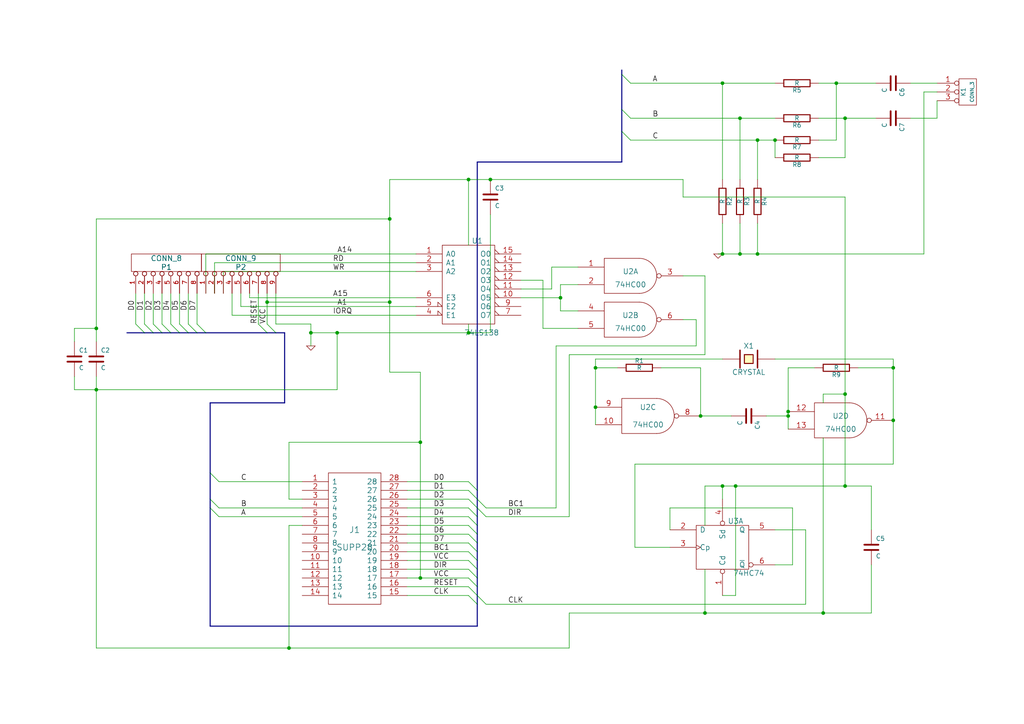
<source format=kicad_sch>
(kicad_sch (version 20230121) (generator eeschema)
  (paper "A4")
  (title_block (date "29 dec 2013"))
  (lib_symbols
    (symbol "ayinterface-rescue:74HC00" (pin_names (offset 0.762))
      (property "Reference" "U" (at 0 1.27 0))
      (property "Value" "74HC00" (at 0 -2.54 0))
      (symbol "74HC00_0_0"
        (pin power_in line (at -5.08 5.08 270) (length 0) hide (name "VCC") (number "14"))
        (pin power_in line (at -5.08 -5.08 90) (length 0) hide (name "GND") (number "7"))
      )
      (symbol "74HC00_0_1"
        (polyline (pts (xy 2.54 5.08) (xy -7.62 5.08) (xy -7.62 -5.08) (xy 2.54 -5.08)))
        (arc (start 2.54 -5.08) (mid 7.5947 0) (end 2.54 5.08))
      )
      (symbol "74HC00_0_2"
        (arc (start -7.62 -5.08) (mid -5.2253 0) (end -7.62 5.08))
        (arc (start 0 -5.08) (mid 4.5408 -3.6305) (end 7.62 0))
        (polyline (pts (xy -7.62 -5.08) (xy 0 -5.08)))
        (polyline (pts (xy -7.62 5.08) (xy 0 5.08)))
        (arc (start 7.62 0) (mid 4.5343 3.6226) (end 0 5.08))
      )
      (symbol "74HC00_1_1"
        (pin input line (at -15.24 2.54 0) (length 7.62) (name "~") (number "1"))
        (pin input line (at -15.24 -2.54 0) (length 7.62) (name "~") (number "2"))
        (pin output inverted (at 15.24 0 180) (length 7.62) (name "~") (number "3"))
      )
      (symbol "74HC00_1_2"
        (pin input inverted (at -15.24 2.54 0) (length 9.398) (name "~") (number "1"))
        (pin input inverted (at -15.24 -2.54 0) (length 9.398) (name "~") (number "2"))
        (pin output line (at 15.24 0 180) (length 7.62) (name "~") (number "3"))
      )
      (symbol "74HC00_2_1"
        (pin input line (at -15.24 2.54 0) (length 7.62) (name "~") (number "4"))
        (pin input line (at -15.24 -2.54 0) (length 7.62) (name "~") (number "5"))
        (pin output inverted (at 15.24 0 180) (length 7.62) (name "~") (number "6"))
      )
      (symbol "74HC00_2_2"
        (pin input inverted (at -15.24 2.54 0) (length 9.398) (name "~") (number "4"))
        (pin input inverted (at -15.24 -2.54 0) (length 9.398) (name "~") (number "5"))
        (pin output line (at 15.24 0 180) (length 7.62) (name "~") (number "6"))
      )
      (symbol "74HC00_3_1"
        (pin input line (at -15.24 -2.54 0) (length 7.62) (name "~") (number "10"))
        (pin output inverted (at 15.24 0 180) (length 7.62) (name "~") (number "8"))
        (pin input line (at -15.24 2.54 0) (length 7.62) (name "~") (number "9"))
      )
      (symbol "74HC00_3_2"
        (pin input inverted (at -15.24 -2.54 0) (length 9.398) (name "~") (number "10"))
        (pin output line (at 15.24 0 180) (length 7.62) (name "~") (number "8"))
        (pin input inverted (at -15.24 2.54 0) (length 9.398) (name "~") (number "9"))
      )
      (symbol "74HC00_4_1"
        (pin output inverted (at 15.24 0 180) (length 7.62) (name "~") (number "11"))
        (pin input line (at -15.24 2.54 0) (length 7.62) (name "~") (number "12"))
        (pin input line (at -15.24 -2.54 0) (length 7.62) (name "~") (number "13"))
      )
      (symbol "74HC00_4_2"
        (pin output line (at 15.24 0 180) (length 7.62) (name "~") (number "11"))
        (pin input inverted (at -15.24 2.54 0) (length 9.398) (name "~") (number "12"))
        (pin input inverted (at -15.24 -2.54 0) (length 9.398) (name "~") (number "13"))
      )
    )
    (symbol "ayinterface-rescue:74HC74" (pin_names (offset 1.016))
      (property "Reference" "U" (at 3.81 7.62 0))
      (property "Value" "74HC74" (at 7.62 -7.493 0))
      (symbol "74HC74_0_0"
        (pin power_in line (at -5.08 6.35 270) (length 0) hide (name "VCC") (number "14"))
        (pin power_in line (at -5.08 -6.35 90) (length 0) hide (name "GND") (number "7"))
      )
      (symbol "74HC74_0_1"
        (rectangle (start -7.62 6.35) (end 7.62 -6.35))
      )
      (symbol "74HC74_1_1"
        (pin input inverted (at 0 -13.97 90) (length 7.62) (name "Cd") (number "1"))
        (pin input line (at -15.24 5.08 0) (length 7.62) (name "D") (number "2"))
        (pin input clock (at -15.24 0 0) (length 7.62) (name "Cp") (number "3"))
        (pin input inverted (at 0 13.97 270) (length 7.62) (name "Sd") (number "4"))
        (pin output line (at 15.24 5.08 180) (length 7.62) (name "Q") (number "5"))
        (pin output inverted (at 15.24 -5.08 180) (length 7.62) (name "~{Q}") (number "6"))
      )
      (symbol "74HC74_2_1"
        (pin input inverted (at 0 13.97 270) (length 7.62) (name "Sd") (number "10"))
        (pin input clock (at -15.24 0 0) (length 7.62) (name "Cp") (number "11"))
        (pin input line (at -15.24 5.08 0) (length 7.62) (name "D") (number "12"))
        (pin input inverted (at 0 -13.97 90) (length 7.62) (name "Cd") (number "13"))
        (pin output inverted (at 15.24 -5.08 180) (length 7.62) (name "~{Q}") (number "8"))
        (pin output line (at 15.24 5.08 180) (length 7.62) (name "Q") (number "9"))
      )
    )
    (symbol "ayinterface-rescue:74LS138" (pin_names (offset 1.016))
      (property "Reference" "U" (at 2.54 12.7 0))
      (property "Value" "74LS138" (at 3.81 -13.9446 0))
      (symbol "74LS138_0_1"
        (rectangle (start -7.62 11.43) (end 7.62 -11.43))
      )
      (symbol "74LS138_1_1"
        (pin input line (at -15.24 8.89 0) (length 7.62) (name "A0") (number "1"))
        (pin output output_low (at 15.24 -3.81 180) (length 7.62) (name "O5") (number "10"))
        (pin output output_low (at 15.24 -1.27 180) (length 7.62) (name "O4") (number "11"))
        (pin output output_low (at 15.24 1.27 180) (length 7.62) (name "O3") (number "12"))
        (pin output output_low (at 15.24 3.81 180) (length 7.62) (name "O2") (number "13"))
        (pin output output_low (at 15.24 6.35 180) (length 7.62) (name "O1") (number "14"))
        (pin output output_low (at 15.24 8.89 180) (length 7.62) (name "O0") (number "15"))
        (pin power_in line (at 0 11.43 270) (length 0) hide (name "VCC") (number "16"))
        (pin input line (at -15.24 6.35 0) (length 7.62) (name "A1") (number "2"))
        (pin input line (at -15.24 3.81 0) (length 7.62) (name "A2") (number "3"))
        (pin input input_low (at -15.24 -8.89 0) (length 7.62) (name "E1") (number "4"))
        (pin input input_low (at -15.24 -6.35 0) (length 7.62) (name "E2") (number "5"))
        (pin input line (at -15.24 -3.81 0) (length 7.62) (name "E3") (number "6"))
        (pin output output_low (at 15.24 -8.89 180) (length 7.62) (name "O7") (number "7"))
        (pin power_in line (at 0 -11.43 90) (length 0) hide (name "GND") (number "8"))
        (pin output output_low (at 15.24 -6.35 180) (length 7.62) (name "O6") (number "9"))
      )
    )
    (symbol "ayinterface-rescue:C" (pin_numbers hide) (pin_names (offset 0.254))
      (property "Reference" "C" (at 0 2.54 0))
      (property "Value" "C" (at 0.1524 -2.159 0))
      (symbol "C_0_1"
        (polyline (pts (xy -2.032 -0.762) (xy 2.032 -0.762)) (stroke (width 0.508)))
        (polyline (pts (xy -2.032 0.762) (xy 2.032 0.762)) (stroke (width 0.508)))
      )
      (symbol "C_1_1"
        (pin passive line (at 0 5.08 270) (length 4.318) (name "~") (number "1"))
        (pin passive line (at 0 -5.08 90) (length 4.318) (name "~") (number "2"))
      )
    )
    (symbol "ayinterface-rescue:CONN_3" (pin_names (offset 1.016) hide)
      (property "Reference" "K" (at -1.27 0 90))
      (property "Value" "CONN_3" (at 1.27 0 90))
      (symbol "CONN_3_0_1"
        (rectangle (start -2.54 3.81) (end 2.54 -3.81))
      )
      (symbol "CONN_3_1_1"
        (pin passive inverted (at -8.89 2.54 0) (length 6.35) (name "P1") (number "1"))
        (pin passive inverted (at -8.89 0 0) (length 6.35) (name "PM") (number "2"))
        (pin passive inverted (at -8.89 -2.54 0) (length 6.35) (name "P3") (number "3"))
      )
    )
    (symbol "ayinterface-rescue:CONN_8" (pin_names (offset 1.016) hide)
      (property "Reference" "P" (at -1.27 0 90))
      (property "Value" "CONN_8" (at 1.27 0 90))
      (symbol "CONN_8_0_1"
        (rectangle (start -2.54 10.16) (end 2.54 -10.16))
      )
      (symbol "CONN_8_1_1"
        (pin passive inverted (at -8.89 8.89 0) (length 6.35) (name "P1") (number "1"))
        (pin passive inverted (at -8.89 6.35 0) (length 6.35) (name "P2") (number "2"))
        (pin passive inverted (at -8.89 3.81 0) (length 6.35) (name "P3") (number "3"))
        (pin passive inverted (at -8.89 1.27 0) (length 6.35) (name "P4") (number "4"))
        (pin passive inverted (at -8.89 -1.27 0) (length 6.35) (name "P5") (number "5"))
        (pin passive inverted (at -8.89 -3.81 0) (length 6.35) (name "P6") (number "6"))
        (pin passive inverted (at -8.89 -6.35 0) (length 6.35) (name "P7") (number "7"))
        (pin passive inverted (at -8.89 -8.89 0) (length 6.35) (name "P8") (number "8"))
      )
    )
    (symbol "ayinterface-rescue:CONN_9" (pin_names (offset 1.016) hide)
      (property "Reference" "P" (at -1.27 0 90))
      (property "Value" "CONN_9" (at 1.27 0 90))
      (symbol "CONN_9_0_1"
        (rectangle (start -2.54 11.43) (end 2.54 -11.43))
      )
      (symbol "CONN_9_1_1"
        (pin passive inverted (at -8.89 10.16 0) (length 6.35) (name "P1") (number "1"))
        (pin passive inverted (at -8.89 7.62 0) (length 6.35) (name "P2") (number "2"))
        (pin passive inverted (at -8.89 5.08 0) (length 6.35) (name "P3") (number "3"))
        (pin passive inverted (at -8.89 2.54 0) (length 6.35) (name "P4") (number "4"))
        (pin passive inverted (at -8.89 0 0) (length 6.35) (name "P5") (number "5"))
        (pin passive inverted (at -8.89 -2.54 0) (length 6.35) (name "P6") (number "6"))
        (pin passive inverted (at -8.89 -5.08 0) (length 6.35) (name "P7") (number "7"))
        (pin passive inverted (at -8.89 -7.62 0) (length 6.35) (name "P8") (number "8"))
        (pin passive inverted (at -8.89 -10.16 0) (length 6.35) (name "P9") (number "9"))
      )
    )
    (symbol "ayinterface-rescue:CRYSTAL" (pin_numbers hide) (pin_names (offset 1.016) hide)
      (property "Reference" "X" (at 0 3.81 0))
      (property "Value" "CRYSTAL" (at 0 -3.81 0))
      (symbol "CRYSTAL_0_1"
        (polyline (pts (xy -2.54 2.54) (xy -2.54 -2.54)) (stroke (width 0.4064)))
        (polyline (pts (xy 2.54 2.54) (xy 2.54 -2.54)) (stroke (width 0.4064)))
        (polyline (pts (xy -1.27 1.27) (xy 1.27 1.27) (xy 1.27 -1.27) (xy -1.27 -1.27) (xy -1.27 1.27)) (stroke (width 0.3048)) (fill (type background)))
      )
      (symbol "CRYSTAL_1_1"
        (pin passive line (at -7.62 0 0) (length 5.08) (name "1") (number "1"))
        (pin passive line (at 7.62 0 180) (length 5.08) (name "2") (number "2"))
      )
    )
    (symbol "ayinterface-rescue:GND" (power) (pin_names (offset 0))
      (symbol "GND_0_1"
        (polyline (pts (xy -1.27 0) (xy 0 -1.27) (xy 1.27 0) (xy -1.27 0)))
      )
      (symbol "GND_1_1"
        (pin power_in line (at 0 0 90) (length 0) hide (name "GND") (number "1"))
      )
    )
    (symbol "ayinterface-rescue:R" (pin_numbers hide) (pin_names (offset 0))
      (property "Reference" "R" (at 2.032 0 90))
      (property "Value" "R" (at 0.1778 0.0254 90))
      (symbol "R_0_1"
        (rectangle (start -1.016 3.81) (end 1.016 -3.81) (stroke (width 0.3048)))
      )
      (symbol "R_1_1"
        (pin passive line (at 0 6.35 270) (length 2.54) (name "~") (number "1"))
        (pin passive line (at 0 -6.35 90) (length 2.54) (name "~") (number "2"))
      )
    )
    (symbol "ayinterface-rescue:SUPP28" (pin_names (offset 1.016))
      (property "Reference" "J" (at 0 2.54 0))
      (property "Value" "SUPP28" (at 0 -2.54 0))
      (symbol "SUPP28_0_1"
        (rectangle (start -7.62 -19.05) (end 7.62 19.05))
      )
      (symbol "SUPP28_1_1"
        (pin passive line (at -15.24 16.51 0) (length 7.62) (name "1") (number "1"))
        (pin passive line (at -15.24 -6.35 0) (length 7.62) (name "10") (number "10"))
        (pin passive line (at -15.24 -8.89 0) (length 7.62) (name "11") (number "11"))
        (pin passive line (at -15.24 -11.43 0) (length 7.62) (name "12") (number "12"))
        (pin passive line (at -15.24 -13.97 0) (length 7.62) (name "13") (number "13"))
        (pin passive line (at -15.24 -16.51 0) (length 7.62) (name "14") (number "14"))
        (pin passive line (at 15.24 -16.51 180) (length 7.62) (name "15") (number "15"))
        (pin passive line (at 15.24 -13.97 180) (length 7.62) (name "16") (number "16"))
        (pin passive line (at 15.24 -11.43 180) (length 7.62) (name "17") (number "17"))
        (pin passive line (at 15.24 -8.89 180) (length 7.62) (name "18") (number "18"))
        (pin passive line (at 15.24 -6.35 180) (length 7.62) (name "19") (number "19"))
        (pin passive line (at -15.24 13.97 0) (length 7.62) (name "2") (number "2"))
        (pin passive line (at 15.24 -3.81 180) (length 7.62) (name "20") (number "20"))
        (pin passive line (at 15.24 -1.27 180) (length 7.62) (name "21") (number "21"))
        (pin passive line (at 15.24 1.27 180) (length 7.62) (name "22") (number "22"))
        (pin passive line (at 15.24 3.81 180) (length 7.62) (name "23") (number "23"))
        (pin passive line (at 15.24 6.35 180) (length 7.62) (name "24") (number "24"))
        (pin passive line (at 15.24 8.89 180) (length 7.62) (name "25") (number "25"))
        (pin passive line (at 15.24 11.43 180) (length 7.62) (name "26") (number "26"))
        (pin passive line (at 15.24 13.97 180) (length 7.62) (name "27") (number "27"))
        (pin passive line (at 15.24 16.51 180) (length 7.62) (name "28") (number "28"))
        (pin passive line (at -15.24 11.43 0) (length 7.62) (name "3") (number "3"))
        (pin passive line (at -15.24 8.89 0) (length 7.62) (name "4") (number "4"))
        (pin passive line (at -15.24 6.35 0) (length 7.62) (name "5") (number "5"))
        (pin passive line (at -15.24 3.81 0) (length 7.62) (name "6") (number "6"))
        (pin passive line (at -15.24 1.27 0) (length 7.62) (name "7") (number "7"))
        (pin passive line (at -15.24 -1.27 0) (length 7.62) (name "8") (number "8"))
        (pin passive line (at -15.24 -3.81 0) (length 7.62) (name "9") (number "9"))
      )
    )
  )
  (junction (at 142.24 52.07))
  (junction (at 259.08 106.68))
  (junction (at 135.89 52.07))
  (junction (at 121.92 167.64))
  (junction (at 228.6 119.38))
  (junction (at 27.94 113.03))
  (junction (at 209.55 73.66))
  (junction (at 209.55 140.97))
  (junction (at 97.79 96.52))
  (junction (at 204.47 177.8))
  (junction (at 259.08 121.92))
  (junction (at 219.71 73.66))
  (junction (at 245.11 140.97))
  (junction (at 77.47 87.63))
  (junction (at 209.55 24.13))
  (junction (at 213.36 140.97))
  (junction (at 83.82 187.96))
  (junction (at 113.03 87.63))
  (junction (at 203.2 120.65))
  (junction (at 162.56 86.36))
  (junction (at 121.92 128.27))
  (junction (at 228.6 120.65))
  (junction (at 172.72 118.11))
  (junction (at 245.11 34.29))
  (junction (at 214.63 73.66))
  (junction (at 27.94 95.25))
  (junction (at 135.89 96.52))
  (junction (at 224.79 40.64))
  (junction (at 242.57 24.13))
  (junction (at 245.11 114.3))
  (junction (at 172.72 106.68))
  (junction (at 90.17 96.52))
  (junction (at 113.03 63.5))
  (junction (at 238.76 177.8))
  (junction (at 219.71 40.64))
  (junction (at 214.63 34.29))
  (bus_entry (at 180.34 21.59) (size 2.54 2.54))
  (bus_entry (at 49.53 93.98) (size 2.54 2.54))
  (bus_entry (at 135.89 149.86) (size 2.54 2.54))
  (bus_entry (at 44.45 93.98) (size 2.54 2.54))
  (bus_entry (at 77.47 93.98) (size 2.54 2.54))
  (bus_entry (at 135.89 144.78) (size 2.54 2.54))
  (bus_entry (at 138.43 144.78) (size 2.54 2.54))
  (bus_entry (at 74.93 93.98) (size 2.54 2.54))
  (bus_entry (at 52.07 93.98) (size 2.54 2.54))
  (bus_entry (at 135.89 160.02) (size 2.54 2.54))
  (bus_entry (at 135.89 157.48) (size 2.54 2.54))
  (bus_entry (at 135.89 152.4) (size 2.54 2.54))
  (bus_entry (at 57.15 93.98) (size 2.54 2.54))
  (bus_entry (at 180.34 38.1) (size 2.54 2.54))
  (bus_entry (at 46.99 93.98) (size 2.54 2.54))
  (bus_entry (at 39.37 93.98) (size 2.54 2.54))
  (bus_entry (at 60.96 137.16) (size 2.54 2.54))
  (bus_entry (at 135.89 139.7) (size 2.54 2.54))
  (bus_entry (at 54.61 93.98) (size 2.54 2.54))
  (bus_entry (at 135.89 154.94) (size 2.54 2.54))
  (bus_entry (at 60.96 144.78) (size 2.54 2.54))
  (bus_entry (at 135.89 170.18) (size 2.54 2.54))
  (bus_entry (at 135.89 142.24) (size 2.54 2.54))
  (bus_entry (at 135.89 162.56) (size 2.54 2.54))
  (bus_entry (at 60.96 147.32) (size 2.54 2.54))
  (bus_entry (at 180.34 31.75) (size 2.54 2.54))
  (bus_entry (at 138.43 147.32) (size 2.54 2.54))
  (bus_entry (at 135.89 147.32) (size 2.54 2.54))
  (bus_entry (at 138.43 172.72) (size 2.54 2.54))
  (bus_entry (at 135.89 165.1) (size 2.54 2.54))
  (bus_entry (at 135.89 172.72) (size 2.54 2.54))
  (bus_entry (at 135.89 167.64) (size 2.54 2.54))
  (bus_entry (at 41.91 93.98) (size 2.54 2.54))
  (wire (pts (xy 151.13 86.36) (xy 162.56 86.36)))
  (wire (pts (xy 208.28 73.66) (xy 209.55 73.66)))
  (wire (pts (xy 54.61 93.98) (xy 54.61 85.09)))
  (wire (pts (xy 242.57 40.64) (xy 242.57 24.13)))
  (wire (pts (xy 259.08 121.92) (xy 259.08 134.62)))
  (bus (pts (xy 82.55 96.52) (xy 82.55 116.84)))
  (bus (pts (xy 57.15 96.52) (xy 59.69 96.52)))
  (wire (pts (xy 271.78 34.29) (xy 264.16 34.29)))
  (wire (pts (xy 90.17 96.52) (xy 90.17 100.33)))
  (bus (pts (xy 180.34 20.32) (xy 180.34 21.59)))
  (wire (pts (xy 121.92 107.95) (xy 121.92 128.27)))
  (wire (pts (xy 204.47 102.87) (xy 165.1 102.87)))
  (wire (pts (xy 233.68 175.26) (xy 140.97 175.26)))
  (wire (pts (xy 165.1 187.96) (xy 165.1 177.8)))
  (wire (pts (xy 172.72 104.14) (xy 172.72 106.68)))
  (wire (pts (xy 184.15 158.75) (xy 194.31 158.75)))
  (wire (pts (xy 46.99 93.98) (xy 46.99 85.09)))
  (bus (pts (xy 60.96 137.16) (xy 60.96 144.78)))
  (wire (pts (xy 228.6 120.65) (xy 228.6 124.46)))
  (wire (pts (xy 120.65 78.74) (xy 64.77 78.74)))
  (wire (pts (xy 52.07 93.98) (xy 52.07 85.09)))
  (wire (pts (xy 182.88 34.29) (xy 214.63 34.29)))
  (wire (pts (xy 120.65 86.36) (xy 72.39 86.36)))
  (wire (pts (xy 252.73 140.97) (xy 252.73 153.67)))
  (bus (pts (xy 180.34 38.1) (xy 180.34 46.99)))
  (wire (pts (xy 72.39 86.36) (xy 72.39 85.09)))
  (bus (pts (xy 60.96 116.84) (xy 82.55 116.84)))
  (wire (pts (xy 120.65 73.66) (xy 59.69 73.66)))
  (wire (pts (xy 44.45 93.98) (xy 44.45 85.09)))
  (bus (pts (xy 180.34 21.59) (xy 180.34 31.75)))
  (wire (pts (xy 194.31 147.32) (xy 194.31 153.67)))
  (bus (pts (xy 138.43 175.26) (xy 138.43 181.61)))
  (wire (pts (xy 259.08 106.68) (xy 259.08 121.92)))
  (wire (pts (xy 172.72 106.68) (xy 179.07 106.68)))
  (wire (pts (xy 21.59 109.22) (xy 21.59 113.03)))
  (wire (pts (xy 27.94 113.03) (xy 27.94 187.96)))
  (wire (pts (xy 204.47 102.87) (xy 204.47 80.01)))
  (wire (pts (xy 80.01 93.98) (xy 80.01 85.09)))
  (wire (pts (xy 172.72 118.11) (xy 172.72 123.19)))
  (wire (pts (xy 214.63 52.07) (xy 214.63 34.29)))
  (wire (pts (xy 113.03 87.63) (xy 113.03 107.95)))
  (wire (pts (xy 135.89 154.94) (xy 118.11 154.94)))
  (wire (pts (xy 203.2 106.68) (xy 203.2 120.65)))
  (wire (pts (xy 63.5 149.86) (xy 87.63 149.86)))
  (wire (pts (xy 113.03 52.07) (xy 113.03 63.5)))
  (bus (pts (xy 138.43 167.64) (xy 138.43 170.18)))
  (wire (pts (xy 219.71 40.64) (xy 224.79 40.64)))
  (wire (pts (xy 237.49 24.13) (xy 242.57 24.13)))
  (wire (pts (xy 113.03 63.5) (xy 113.03 87.63)))
  (wire (pts (xy 121.92 128.27) (xy 83.82 128.27)))
  (wire (pts (xy 204.47 140.97) (xy 209.55 140.97)))
  (bus (pts (xy 52.07 96.52) (xy 54.61 96.52)))
  (bus (pts (xy 138.43 142.24) (xy 138.43 144.78)))
  (wire (pts (xy 209.55 24.13) (xy 224.79 24.13)))
  (wire (pts (xy 135.89 152.4) (xy 118.11 152.4)))
  (wire (pts (xy 90.17 93.98) (xy 90.17 96.52)))
  (wire (pts (xy 209.55 73.66) (xy 209.55 64.77)))
  (wire (pts (xy 271.78 26.67) (xy 267.97 26.67)))
  (wire (pts (xy 198.12 52.07) (xy 198.12 57.15)))
  (bus (pts (xy 138.43 154.94) (xy 138.43 157.48)))
  (bus (pts (xy 49.53 96.52) (xy 52.07 96.52)))
  (wire (pts (xy 264.16 24.13) (xy 271.78 24.13)))
  (wire (pts (xy 204.47 140.97) (xy 204.47 152.4)))
  (wire (pts (xy 209.55 172.72) (xy 213.36 172.72)))
  (wire (pts (xy 233.68 153.67) (xy 233.68 175.26)))
  (wire (pts (xy 140.97 147.32) (xy 161.29 147.32)))
  (wire (pts (xy 121.92 128.27) (xy 121.92 167.64)))
  (wire (pts (xy 135.89 170.18) (xy 118.11 170.18)))
  (wire (pts (xy 27.94 113.03) (xy 97.79 113.03)))
  (wire (pts (xy 63.5 139.7) (xy 87.63 139.7)))
  (wire (pts (xy 259.08 104.14) (xy 224.79 104.14)))
  (wire (pts (xy 27.94 109.22) (xy 27.94 113.03)))
  (wire (pts (xy 83.82 187.96) (xy 165.1 187.96)))
  (wire (pts (xy 201.93 100.33) (xy 201.93 92.71)))
  (wire (pts (xy 204.47 177.8) (xy 204.47 165.1)))
  (wire (pts (xy 135.89 157.48) (xy 118.11 157.48)))
  (bus (pts (xy 138.43 160.02) (xy 138.43 162.56)))
  (wire (pts (xy 97.79 96.52) (xy 135.89 96.52)))
  (wire (pts (xy 228.6 120.65) (xy 228.6 119.38)))
  (wire (pts (xy 245.11 114.3) (xy 245.11 57.15)))
  (wire (pts (xy 135.89 147.32) (xy 118.11 147.32)))
  (wire (pts (xy 160.02 77.47) (xy 160.02 83.82)))
  (bus (pts (xy 54.61 96.52) (xy 57.15 96.52)))
  (wire (pts (xy 39.37 93.98) (xy 39.37 85.09)))
  (bus (pts (xy 138.43 46.99) (xy 138.43 142.24)))
  (bus (pts (xy 138.43 147.32) (xy 138.43 149.86)))
  (wire (pts (xy 83.82 128.27) (xy 83.82 144.78)))
  (wire (pts (xy 209.55 140.97) (xy 213.36 140.97)))
  (wire (pts (xy 214.63 34.29) (xy 224.79 34.29)))
  (wire (pts (xy 151.13 81.28) (xy 157.48 81.28)))
  (wire (pts (xy 271.78 29.21) (xy 271.78 34.29)))
  (bus (pts (xy 138.43 157.48) (xy 138.43 160.02)))
  (wire (pts (xy 62.23 76.2) (xy 120.65 76.2)))
  (wire (pts (xy 62.23 85.09) (xy 62.23 76.2)))
  (wire (pts (xy 67.31 91.44) (xy 67.31 85.09)))
  (wire (pts (xy 160.02 83.82) (xy 151.13 83.82)))
  (wire (pts (xy 161.29 147.32) (xy 161.29 100.33)))
  (wire (pts (xy 135.89 142.24) (xy 118.11 142.24)))
  (wire (pts (xy 21.59 95.25) (xy 21.59 99.06)))
  (wire (pts (xy 27.94 63.5) (xy 27.94 95.25)))
  (wire (pts (xy 27.94 95.25) (xy 27.94 99.06)))
  (bus (pts (xy 59.69 96.52) (xy 77.47 96.52)))
  (wire (pts (xy 209.55 144.78) (xy 209.55 140.97)))
  (wire (pts (xy 162.56 82.55) (xy 162.56 86.36)))
  (wire (pts (xy 245.11 140.97) (xy 252.73 140.97)))
  (wire (pts (xy 27.94 187.96) (xy 83.82 187.96)))
  (wire (pts (xy 97.79 113.03) (xy 97.79 96.52)))
  (wire (pts (xy 49.53 93.98) (xy 49.53 85.09)))
  (bus (pts (xy 44.45 96.52) (xy 46.99 96.52)))
  (wire (pts (xy 213.36 140.97) (xy 245.11 140.97)))
  (wire (pts (xy 238.76 116.84) (xy 238.76 114.3)))
  (wire (pts (xy 259.08 134.62) (xy 184.15 134.62)))
  (wire (pts (xy 157.48 95.25) (xy 167.64 95.25)))
  (wire (pts (xy 135.89 52.07) (xy 135.89 71.12)))
  (wire (pts (xy 204.47 177.8) (xy 238.76 177.8)))
  (wire (pts (xy 69.85 85.09) (xy 69.85 88.9)))
  (bus (pts (xy 60.96 181.61) (xy 138.43 181.61)))
  (bus (pts (xy 180.34 31.75) (xy 180.34 38.1)))
  (bus (pts (xy 138.43 162.56) (xy 138.43 165.1)))
  (wire (pts (xy 237.49 34.29) (xy 245.11 34.29)))
  (bus (pts (xy 138.43 170.18) (xy 138.43 172.72)))
  (wire (pts (xy 135.89 96.52) (xy 142.24 96.52)))
  (wire (pts (xy 41.91 93.98) (xy 41.91 85.09)))
  (wire (pts (xy 214.63 73.66) (xy 214.63 64.77)))
  (wire (pts (xy 162.56 86.36) (xy 162.56 90.17)))
  (wire (pts (xy 219.71 52.07) (xy 219.71 40.64)))
  (wire (pts (xy 162.56 90.17) (xy 167.64 90.17)))
  (wire (pts (xy 161.29 100.33) (xy 201.93 100.33)))
  (wire (pts (xy 135.89 144.78) (xy 118.11 144.78)))
  (wire (pts (xy 238.76 114.3) (xy 245.11 114.3)))
  (wire (pts (xy 90.17 96.52) (xy 97.79 96.52)))
  (wire (pts (xy 77.47 87.63) (xy 77.47 93.98)))
  (wire (pts (xy 245.11 34.29) (xy 245.11 45.72)))
  (wire (pts (xy 64.77 78.74) (xy 64.77 85.09)))
  (wire (pts (xy 238.76 127) (xy 238.76 177.8)))
  (wire (pts (xy 142.24 52.07) (xy 198.12 52.07)))
  (wire (pts (xy 74.93 93.98) (xy 74.93 85.09)))
  (wire (pts (xy 162.56 82.55) (xy 167.64 82.55)))
  (wire (pts (xy 90.17 93.98) (xy 80.01 93.98)))
  (bus (pts (xy 60.96 116.84) (xy 60.96 137.16)))
  (wire (pts (xy 83.82 187.96) (xy 83.82 152.4)))
  (wire (pts (xy 135.89 162.56) (xy 118.11 162.56)))
  (bus (pts (xy 77.47 96.52) (xy 80.01 96.52)))
  (wire (pts (xy 245.11 45.72) (xy 237.49 45.72)))
  (wire (pts (xy 236.22 106.68) (xy 228.6 106.68)))
  (wire (pts (xy 135.89 52.07) (xy 142.24 52.07)))
  (wire (pts (xy 204.47 80.01) (xy 198.12 80.01)))
  (wire (pts (xy 228.6 106.68) (xy 228.6 119.38)))
  (wire (pts (xy 209.55 73.66) (xy 214.63 73.66)))
  (wire (pts (xy 222.25 120.65) (xy 228.6 120.65)))
  (wire (pts (xy 245.11 140.97) (xy 245.11 114.3)))
  (wire (pts (xy 157.48 81.28) (xy 157.48 95.25)))
  (wire (pts (xy 77.47 85.09) (xy 77.47 87.63)))
  (wire (pts (xy 191.77 106.68) (xy 203.2 106.68)))
  (wire (pts (xy 184.15 134.62) (xy 184.15 158.75)))
  (bus (pts (xy 60.96 147.32) (xy 60.96 181.61)))
  (wire (pts (xy 120.65 91.44) (xy 67.31 91.44)))
  (wire (pts (xy 69.85 88.9) (xy 120.65 88.9)))
  (wire (pts (xy 209.55 52.07) (xy 209.55 24.13)))
  (wire (pts (xy 233.68 153.67) (xy 224.79 153.67)))
  (wire (pts (xy 259.08 104.14) (xy 259.08 106.68)))
  (wire (pts (xy 135.89 149.86) (xy 118.11 149.86)))
  (wire (pts (xy 245.11 34.29) (xy 254 34.29)))
  (wire (pts (xy 219.71 73.66) (xy 267.97 73.66)))
  (wire (pts (xy 219.71 73.66) (xy 219.71 64.77)))
  (wire (pts (xy 238.76 177.8) (xy 252.73 177.8)))
  (wire (pts (xy 198.12 57.15) (xy 245.11 57.15)))
  (bus (pts (xy 138.43 172.72) (xy 138.43 175.26)))
  (wire (pts (xy 21.59 113.03) (xy 27.94 113.03)))
  (wire (pts (xy 165.1 102.87) (xy 165.1 149.86)))
  (wire (pts (xy 165.1 177.8) (xy 204.47 177.8)))
  (wire (pts (xy 83.82 152.4) (xy 87.63 152.4)))
  (bus (pts (xy 138.43 152.4) (xy 138.43 154.94)))
  (wire (pts (xy 83.82 144.78) (xy 87.63 144.78)))
  (wire (pts (xy 59.69 73.66) (xy 59.69 85.09)))
  (wire (pts (xy 248.92 106.68) (xy 259.08 106.68)))
  (wire (pts (xy 135.89 139.7) (xy 118.11 139.7)))
  (wire (pts (xy 165.1 149.86) (xy 140.97 149.86)))
  (bus (pts (xy 138.43 165.1) (xy 138.43 167.64)))
  (wire (pts (xy 57.15 93.98) (xy 57.15 85.09)))
  (bus (pts (xy 80.01 96.52) (xy 82.55 96.52)))
  (wire (pts (xy 201.93 92.71) (xy 198.12 92.71)))
  (wire (pts (xy 135.89 96.52) (xy 135.89 93.98)))
  (wire (pts (xy 135.89 172.72) (xy 118.11 172.72)))
  (bus (pts (xy 180.34 46.99) (xy 138.43 46.99)))
  (wire (pts (xy 229.87 147.32) (xy 194.31 147.32)))
  (wire (pts (xy 142.24 96.52) (xy 142.24 62.23)))
  (wire (pts (xy 113.03 63.5) (xy 27.94 63.5)))
  (wire (pts (xy 242.57 24.13) (xy 254 24.13)))
  (wire (pts (xy 113.03 52.07) (xy 135.89 52.07)))
  (wire (pts (xy 213.36 172.72) (xy 213.36 140.97)))
  (wire (pts (xy 224.79 40.64) (xy 224.79 45.72)))
  (wire (pts (xy 118.11 167.64) (xy 121.92 167.64)))
  (wire (pts (xy 182.88 24.13) (xy 209.55 24.13)))
  (wire (pts (xy 252.73 177.8) (xy 252.73 163.83)))
  (bus (pts (xy 46.99 96.52) (xy 49.53 96.52)))
  (wire (pts (xy 172.72 106.68) (xy 172.72 118.11)))
  (wire (pts (xy 113.03 87.63) (xy 77.47 87.63)))
  (wire (pts (xy 203.2 120.65) (xy 212.09 120.65)))
  (bus (pts (xy 41.91 96.52) (xy 44.45 96.52)))
  (bus (pts (xy 138.43 144.78) (xy 138.43 147.32)))
  (bus (pts (xy 60.96 144.78) (xy 60.96 147.32)))
  (wire (pts (xy 214.63 73.66) (xy 219.71 73.66)))
  (wire (pts (xy 237.49 40.64) (xy 242.57 40.64)))
  (wire (pts (xy 121.92 167.64) (xy 135.89 167.64)))
  (wire (pts (xy 27.94 95.25) (xy 21.59 95.25)))
  (wire (pts (xy 63.5 147.32) (xy 87.63 147.32)))
  (wire (pts (xy 182.88 40.64) (xy 219.71 40.64)))
  (wire (pts (xy 267.97 73.66) (xy 267.97 26.67)))
  (wire (pts (xy 135.89 165.1) (xy 118.11 165.1)))
  (bus (pts (xy 138.43 149.86) (xy 138.43 152.4)))
  (wire (pts (xy 229.87 163.83) (xy 229.87 147.32)))
  (wire (pts (xy 224.79 163.83) (xy 229.87 163.83)))
  (wire (pts (xy 167.64 77.47) (xy 160.02 77.47)))
  (wire (pts (xy 135.89 160.02) (xy 118.11 160.02)))
  (bus (pts (xy 36.83 96.52) (xy 41.91 96.52)))
  (wire (pts (xy 113.03 107.95) (xy 121.92 107.95)))
  (wire (pts (xy 172.72 104.14) (xy 209.55 104.14)))
  (label "RESET" (at 125.73 170.18 0) (effects (font (size 1.524 1.524))))
  (label "D2" (at 44.45 90.17 90) (effects (font (size 1.524 1.524))))
  (label "A1" (at 97.79 88.9 0) (effects (font (size 1.524 1.524))))
  (label "D5" (at 125.73 152.4 0) (effects (font (size 1.524 1.524))))
  (label "C" (at 69.85 139.7 0) (effects (font (size 1.524 1.524))))
  (label "D0" (at 39.37 90.17 90) (effects (font (size 1.524 1.524))))
  (label "D1" (at 125.73 142.24 0) (effects (font (size 1.524 1.524))))
  (label "D5" (at 52.07 90.17 90) (effects (font (size 1.524 1.524))))
  (label "BC1" (at 147.32 147.32 0) (effects (font (size 1.524 1.524))))
  (label "D4" (at 49.53 90.17 90) (effects (font (size 1.524 1.524))))
  (label "D1" (at 41.91 90.17 90) (effects (font (size 1.524 1.524))))
  (label "A" (at 189.23 24.13 0) (effects (font (size 1.524 1.524))))
  (label "D6" (at 125.73 154.94 0) (effects (font (size 1.524 1.524))))
  (label "RESET" (at 74.93 93.98 90) (effects (font (size 1.524 1.524))))
  (label "D3" (at 125.73 147.32 0) (effects (font (size 1.524 1.524))))
  (label "D2" (at 125.73 144.78 0) (effects (font (size 1.524 1.524))))
  (label "CLK" (at 125.73 172.72 0) (effects (font (size 1.524 1.524))))
  (label "D3" (at 46.99 90.17 90) (effects (font (size 1.524 1.524))))
  (label "RD" (at 96.52 76.2 0) (effects (font (size 1.524 1.524))))
  (label "A" (at 69.85 149.86 0) (effects (font (size 1.524 1.524))))
  (label "VCC" (at 125.73 167.64 0) (effects (font (size 1.524 1.524))))
  (label "DIR" (at 125.73 165.1 0) (effects (font (size 1.524 1.524))))
  (label "DIR" (at 147.32 149.86 0) (effects (font (size 1.524 1.524))))
  (label "D7" (at 125.73 157.48 0) (effects (font (size 1.524 1.524))))
  (label "B" (at 69.85 147.32 0) (effects (font (size 1.524 1.524))))
  (label "WR" (at 96.52 78.74 0) (effects (font (size 1.524 1.524))))
  (label "B" (at 189.23 34.29 0) (effects (font (size 1.524 1.524))))
  (label "D6" (at 54.61 90.17 90) (effects (font (size 1.524 1.524))))
  (label "D4" (at 125.73 149.86 0) (effects (font (size 1.524 1.524))))
  (label "VCC" (at 77.47 93.98 90) (effects (font (size 1.524 1.524))))
  (label "D7" (at 57.15 90.17 90) (effects (font (size 1.524 1.524))))
  (label "BC1" (at 125.73 160.02 0) (effects (font (size 1.524 1.524))))
  (label "VCC" (at 125.73 162.56 0) (effects (font (size 1.524 1.524))))
  (label "IORQ" (at 96.52 91.44 0) (effects (font (size 1.524 1.524))))
  (label "CLK" (at 147.32 175.26 0) (effects (font (size 1.524 1.524))))
  (label "D0" (at 125.73 139.7 0) (effects (font (size 1.524 1.524))))
  (label "C" (at 189.23 40.64 0) (effects (font (size 1.524 1.524))))
  (label "A14" (at 97.79 73.66 0) (effects (font (size 1.524 1.524))))
  (label "A15" (at 96.52 86.36 0) (effects (font (size 1.524 1.524))))
  (symbol (lib_id "ayinterface-rescue:74LS138") (at 135.89 82.55 0) (unit 1)
    (property "Reference" "U1" (at 138.43 69.85 0) (effects (font (size 1.524 1.524))))
    (property "Value" "74LS138" (at 139.7 96.4946 0) (effects (font (size 1.524 1.524))))
  )
  (symbol (lib_id "ayinterface-rescue:74HC00") (at 187.96 120.65 0) (unit 3)
    (property "Reference" "U2" (at 187.96 118.11 0) (effects (font (size 1.524 1.524))))
    (property "Value" "74HC00" (at 187.96 123.19 0) (effects (font (size 1.524 1.524))))
  )
  (symbol (lib_id "ayinterface-rescue:74HC00") (at 243.84 121.92 0) (unit 4)
    (property "Reference" "U2" (at 243.84 120.65 0) (effects (font (size 1.524 1.524))))
    (property "Value" "74HC00" (at 243.84 124.46 0) (effects (font (size 1.524 1.524))))
  )
  (symbol (lib_id "ayinterface-rescue:74HC00") (at 182.88 80.01 0) (unit 1)
    (property "Reference" "U2" (at 182.88 78.74 0) (effects (font (size 1.524 1.524))))
    (property "Value" "74HC00" (at 182.88 82.55 0) (effects (font (size 1.524 1.524))))
  )
  (symbol (lib_id "ayinterface-rescue:74HC00") (at 182.88 92.71 0) (unit 2)
    (property "Reference" "U2" (at 182.88 91.44 0) (effects (font (size 1.524 1.524))))
    (property "Value" "74HC00" (at 182.88 95.25 0) (effects (font (size 1.524 1.524))))
  )
  (symbol (lib_id "ayinterface-rescue:SUPP28") (at 102.87 156.21 0) (unit 1)
    (property "Reference" "J1" (at 102.87 153.67 0) (effects (font (size 1.778 1.778))))
    (property "Value" "SUPP28" (at 102.87 158.75 0) (effects (font (size 1.778 1.778))))
  )
  (symbol (lib_id "ayinterface-rescue:C") (at 259.08 24.13 270) (unit 1)
    (property "Reference" "C6" (at 261.62 25.4 0) (effects (justify left)))
    (property "Value" "C" (at 256.54 25.4 0) (effects (justify left)))
  )
  (symbol (lib_id "ayinterface-rescue:C") (at 259.08 34.29 270) (unit 1)
    (property "Reference" "C7" (at 261.62 35.56 0) (effects (justify left)))
    (property "Value" "C" (at 256.54 35.56 0) (effects (justify left)))
  )
  (symbol (lib_id "ayinterface-rescue:C") (at 217.17 120.65 270) (unit 1)
    (property "Reference" "C4" (at 219.71 121.92 0) (effects (justify left)))
    (property "Value" "C" (at 214.63 121.92 0) (effects (justify left)))
  )
  (symbol (lib_id "ayinterface-rescue:C") (at 21.59 104.14 0) (unit 1)
    (property "Reference" "C1" (at 22.86 101.6 0) (effects (justify left)))
    (property "Value" "C" (at 22.86 106.68 0) (effects (justify left)))
  )
  (symbol (lib_id "ayinterface-rescue:C") (at 27.94 104.14 0) (unit 1)
    (property "Reference" "C2" (at 29.21 101.6 0) (effects (justify left)))
    (property "Value" "C" (at 29.21 106.68 0) (effects (justify left)))
  )
  (symbol (lib_id "ayinterface-rescue:74HC74") (at 209.55 158.75 0) (unit 1)
    (property "Reference" "U3" (at 213.36 151.13 0) (effects (font (size 1.524 1.524))))
    (property "Value" "74HC74" (at 217.17 166.243 0) (effects (font (size 1.524 1.524))))
  )
  (symbol (lib_id "ayinterface-rescue:R") (at 231.14 24.13 270) (unit 1)
    (property "Reference" "R5" (at 231.14 26.162 90))
    (property "Value" "R" (at 231.14 24.13 90))
  )
  (symbol (lib_id "ayinterface-rescue:R") (at 231.14 34.29 270) (unit 1)
    (property "Reference" "R6" (at 231.14 36.322 90))
    (property "Value" "R" (at 231.14 34.29 90))
  )
  (symbol (lib_id "ayinterface-rescue:R") (at 231.14 40.64 270) (unit 1)
    (property "Reference" "R7" (at 231.14 42.672 90))
    (property "Value" "R" (at 231.14 40.64 90))
  )
  (symbol (lib_id "ayinterface-rescue:R") (at 231.14 45.72 270) (unit 1)
    (property "Reference" "R8" (at 231.14 47.752 90))
    (property "Value" "R" (at 231.14 45.72 90))
  )
  (symbol (lib_id "ayinterface-rescue:R") (at 209.55 58.42 0) (unit 1)
    (property "Reference" "R2" (at 211.582 58.42 90))
    (property "Value" "R" (at 209.55 58.42 90))
  )
  (symbol (lib_id "ayinterface-rescue:R") (at 214.63 58.42 0) (unit 1)
    (property "Reference" "R3" (at 216.662 58.42 90))
    (property "Value" "R" (at 214.63 58.42 90))
  )
  (symbol (lib_id "ayinterface-rescue:R") (at 219.71 58.42 0) (unit 1)
    (property "Reference" "R4" (at 221.742 58.42 90))
    (property "Value" "R" (at 219.71 58.42 90))
  )
  (symbol (lib_id "ayinterface-rescue:R") (at 185.42 106.68 90) (unit 1)
    (property "Reference" "R1" (at 185.42 104.648 90))
    (property "Value" "R" (at 185.42 106.68 90))
  )
  (symbol (lib_id "ayinterface-rescue:R") (at 242.57 106.68 270) (unit 1)
    (property "Reference" "R9" (at 242.57 108.712 90))
    (property "Value" "R" (at 242.57 106.68 90))
  )
  (symbol (lib_id "ayinterface-rescue:CRYSTAL") (at 217.17 104.14 0) (unit 1)
    (property "Reference" "X1" (at 217.17 100.33 0) (effects (font (size 1.524 1.524))))
    (property "Value" "CRYSTAL" (at 217.17 107.95 0) (effects (font (size 1.524 1.524))))
  )
  (symbol (lib_id "ayinterface-rescue:C") (at 252.73 158.75 0) (unit 1)
    (property "Reference" "C5" (at 254 156.21 0) (effects (justify left)))
    (property "Value" "C" (at 254 161.29 0) (effects (justify left)))
  )
  (symbol (lib_id "ayinterface-rescue:C") (at 142.24 57.15 0) (unit 1)
    (property "Reference" "C3" (at 143.51 54.61 0) (effects (justify left)))
    (property "Value" "C" (at 143.51 59.69 0) (effects (justify left)))
  )
  (symbol (lib_id "ayinterface-rescue:GND") (at 90.17 100.33 0) (unit 1)
    (property "Reference" "#PWR02" (effects hide))
    (property "Value" "GND" (effects hide))
  )
  (symbol (lib_id "ayinterface-rescue:GND") (at 208.28 73.66 0) (unit 1)
    (property "Reference" "#PWR01" (effects hide))
    (property "Value" "GND" (effects hide))
  )
  (symbol (lib_id "ayinterface-rescue:CONN_3") (at 280.67 26.67 0) (unit 1)
    (property "Reference" "K1" (at 279.4 26.67 90))
    (property "Value" "CONN_3" (at 281.94 26.67 90) (effects (font (size 1.016 1.016))))
  )
  (symbol (lib_id "ayinterface-rescue:CONN_8") (at 48.26 76.2 90) (unit 1)
    (property "Reference" "P1" (at 48.26 77.47 90) (effects (font (size 1.524 1.524))))
    (property "Value" "CONN_8" (at 48.26 74.93 90) (effects (font (size 1.524 1.524))))
  )
  (symbol (lib_id "ayinterface-rescue:CONN_9") (at 69.85 76.2 90) (unit 1)
    (property "Reference" "P2" (at 69.85 77.47 90) (effects (font (size 1.524 1.524))))
    (property "Value" "CONN_9" (at 69.85 74.93 90) (effects (font (size 1.524 1.524))))
  )
)
</source>
